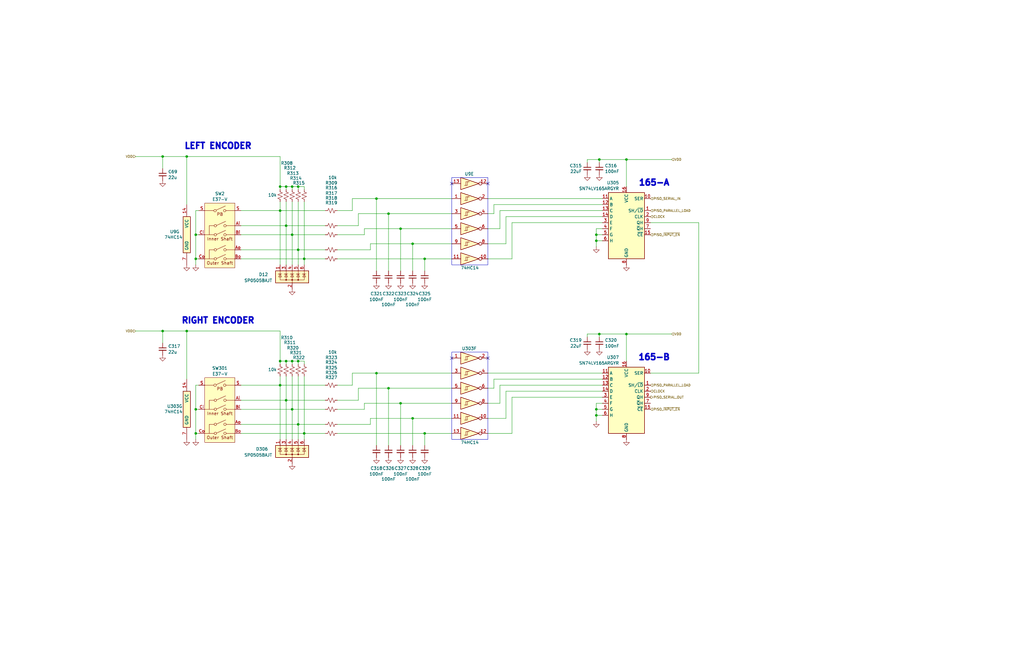
<source format=kicad_sch>
(kicad_sch (version 20250114) (generator "eeschema") (generator_version "9.0")
  (paper "B")
  (lib_symbols
    (symbol "AudioPanelLibrary:74HC14" (pin_names (offset 1.016))
      (property "Reference" "U" (at 0 3.302 0))
      (property "Value" "74HC14" (at 0 -1.27 0))
      (symbol "74HC14_1_0"
        (polyline (pts (xy -3.81 2.54) (xy -3.81 -2.54) (xy 3.81 0) (xy -3.81 2.54)) (stroke (width 0.254)) (fill (type background)))
        (pin input line (at -7.62 0 0) (length 3.81) (name "~") (number "1"))
        (pin output inverted (at 7.62 0 180) (length 3.81) (name "~") (number "2"))
      )
      (symbol "74HC14_1_1"
        (polyline (pts (xy -2.3194 -0.7675) (xy -1.016 -0.7686) (xy -1.0159 0.7686) (xy -0.106 0.7675)))
        (polyline (pts (xy -1.6512 -0.7626) (xy -1.6536 0.7675) (xy -0.3836 0.7675)))
      )
      (symbol "74HC14_2_0"
        (polyline (pts (xy -3.81 2.54) (xy -3.81 -2.54) (xy 3.81 0) (xy -3.81 2.54)) (stroke (width 0.254)) (fill (type background)))
        (pin input line (at -7.62 0 0) (length 3.81) (name "~") (number "3"))
        (pin output inverted (at 7.62 0 180) (length 3.81) (name "~") (number "4"))
      )
      (symbol "74HC14_2_1"
        (polyline (pts (xy -2.3194 -0.7675) (xy -1.016 -0.7686) (xy -1.0159 0.7686) (xy -0.106 0.7675)))
        (polyline (pts (xy -1.6512 -0.7626) (xy -1.6536 0.7675) (xy -0.3836 0.7675)))
      )
      (symbol "74HC14_3_0"
        (polyline (pts (xy -3.81 2.54) (xy -3.81 -2.54) (xy 3.81 0) (xy -3.81 2.54)) (stroke (width 0.254)) (fill (type background)))
        (pin input line (at -7.62 0 0) (length 3.81) (name "~") (number "5"))
        (pin output inverted (at 7.62 0 180) (length 3.81) (name "~") (number "6"))
      )
      (symbol "74HC14_3_1"
        (polyline (pts (xy -2.3194 -0.7675) (xy -1.016 -0.7686) (xy -1.0159 0.7686) (xy -0.106 0.7675)))
        (polyline (pts (xy -1.6512 -0.7626) (xy -1.6536 0.7675) (xy -0.3836 0.7675)))
      )
      (symbol "74HC14_4_0"
        (polyline (pts (xy -3.81 2.54) (xy -3.81 -2.54) (xy 3.81 0) (xy -3.81 2.54)) (stroke (width 0.254)) (fill (type background)))
        (pin input line (at -7.62 0 0) (length 3.81) (name "~") (number "9"))
        (pin output inverted (at 7.62 0 180) (length 3.81) (name "~") (number "8"))
      )
      (symbol "74HC14_4_1"
        (polyline (pts (xy -2.3194 -0.7675) (xy -1.016 -0.7686) (xy -1.0159 0.7686) (xy -0.106 0.7675)))
        (polyline (pts (xy -1.6512 -0.7626) (xy -1.6536 0.7675) (xy -0.3836 0.7675)))
      )
      (symbol "74HC14_5_0"
        (polyline (pts (xy -3.81 2.54) (xy -3.81 -2.54) (xy 3.81 0) (xy -3.81 2.54)) (stroke (width 0.254)) (fill (type background)))
        (pin input line (at -7.62 0 0) (length 3.81) (name "~") (number "11"))
        (pin output inverted (at 7.62 0 180) (length 3.81) (name "~") (number "10"))
      )
      (symbol "74HC14_5_1"
        (polyline (pts (xy -2.3194 -0.7675) (xy -1.016 -0.7686) (xy -1.0159 0.7686) (xy -0.106 0.7675)))
        (polyline (pts (xy -1.6512 -0.7626) (xy -1.6536 0.7675) (xy -0.3836 0.7675)))
      )
      (symbol "74HC14_6_0"
        (polyline (pts (xy -3.81 2.54) (xy -3.81 -2.54) (xy 3.81 0) (xy -3.81 2.54)) (stroke (width 0.254)) (fill (type background)))
        (pin input line (at -7.62 0 0) (length 3.81) (name "~") (number "13"))
        (pin output inverted (at 7.62 0 180) (length 3.81) (name "~") (number "12"))
      )
      (symbol "74HC14_6_1"
        (polyline (pts (xy -2.3194 -0.7675) (xy -1.016 -0.7686) (xy -1.0159 0.7686) (xy -0.106 0.7675)))
        (polyline (pts (xy -1.6512 -0.7626) (xy -1.6536 0.7675) (xy -0.3836 0.7675)))
      )
      (symbol "74HC14_7_0"
        (pin power_in line (at 0 12.7 270) (length 5.08) (name "VCC") (number "14"))
        (pin power_in line (at 0 -12.7 90) (length 5.08) (name "GND") (number "7"))
      )
      (symbol "74HC14_7_1"
        (rectangle (start -1.524 7.62) (end 1.524 -7.62) (stroke (width 0.254)) (fill (type background)))
      )
    )
    (symbol "AudioPanelLibrary:E37-V" (pin_names (hide yes))
      (property "Reference" "SW" (at 0 6.35 0))
      (property "Value" "E37-V" (at 0 4.318 0))
      (symbol "E37-V_0_0"
        (circle (center -2.032 0) (radius 0.508))
        (circle (center -1.905 -6.35) (radius 0.508))
        (circle (center -1.905 -10.16) (radius 0.508))
        (circle (center -1.905 -16.51) (radius 0.508))
        (circle (center -1.905 -20.32) (radius 0.508))
      )
      (symbol "E37-V_0_1"
        (polyline (pts (xy -1.524 0.254) (xy 2.3368 1.9812)))
        (polyline (pts (xy -1.397 -6.223) (xy 2.4638 -4.4958)))
        (polyline (pts (xy -1.397 -10.033) (xy 2.4638 -8.3058)))
        (polyline (pts (xy -1.397 -16.383) (xy 2.4638 -14.6558)))
        (polyline (pts (xy -1.397 -20.193) (xy 2.4638 -18.4658)))
        (circle (center 2.032 0) (radius 0.508))
        (circle (center 2.159 -6.35) (radius 0.508))
        (circle (center 2.159 -10.16) (radius 0.508))
        (circle (center 2.159 -16.51) (radius 0.508))
        (circle (center 2.159 -20.32) (radius 0.508))
      )
      (symbol "E37-V_1_1"
        (rectangle (start -6.35 3.175) (end 6.35 -24.13) (fill (type background)))
        (polyline (pts (xy -6.35 -10.16) (xy -2.4304 -10.16)))
        (polyline (pts (xy -6.35 -20.32) (xy -2.4304 -20.32)))
        (polyline (pts (xy -4.445 -6.35) (xy -4.445 -10.16)))
        (polyline (pts (xy -4.445 -6.35) (xy -2.4304 -6.35)))
        (polyline (pts (xy -4.445 -16.51) (xy -4.445 -20.32)))
        (polyline (pts (xy -4.445 -16.51) (xy -2.4304 -16.51)))
        (polyline (pts (xy -2.54 0) (xy -6.4596 0)))
        (polyline (pts (xy 2.54 0) (xy 6.4596 0)))
        (polyline (pts (xy 6.35 -6.35) (xy 2.6829 -6.3499)))
        (polyline (pts (xy 6.35 -10.16) (xy 2.6829 -10.1599)))
        (polyline (pts (xy 6.35 -16.51) (xy 2.6829 -16.5099)))
        (polyline (pts (xy 6.35 -20.32) (xy 2.6829 -20.3199)))
        (text "PB" (at 0 -1.524 0) (effects (font (size 1.27 1.27))))
        (text "Inner Shaft" (at 0 -11.938 0) (effects (font (size 1.27 1.27))))
        (text "Outer Shaft" (at 0 -22.098 0) (effects (font (size 1.27 1.27))))
        (pin passive line (at -8.89 0 0) (length 2.54) (name "S") (number "S"))
        (pin passive line (at -8.89 -10.16 0) (length 2.54) (name "Ci") (number "Ci"))
        (pin passive line (at -8.89 -20.32 0) (length 2.54) (name "Co") (number "Co"))
        (pin passive line (at 8.89 0 180) (length 2.54) (name "S") (number "S"))
        (pin passive line (at 8.89 -6.35 180) (length 2.54) (name "Ai") (number "Ai"))
        (pin passive line (at 8.89 -10.16 180) (length 2.54) (name "Bi") (number "Bi"))
        (pin passive line (at 8.89 -16.51 180) (length 2.54) (name "Ao") (number "Ao"))
        (pin passive line (at 8.89 -20.32 180) (length 2.54) (name "Bo") (number "Bo"))
      )
    )
    (symbol "Device:C_Small" (pin_numbers (hide yes)) (pin_names (offset 0.254) (hide yes))
      (property "Reference" "C" (at 0.254 1.778 0))
      (property "Value" "C_Small" (at 0.254 -2.032 0))
      (symbol "C_Small_0_1"
        (polyline (pts (xy -1.524 0.508) (xy 1.524 0.508)) (stroke (width 0.3048)))
        (polyline (pts (xy -1.524 -0.508) (xy 1.524 -0.508)) (stroke (width 0.3302)))
      )
      (symbol "C_Small_1_1"
        (pin passive line (at 0 2.54 270) (length 2.032) (name "~") (number "1"))
        (pin passive line (at 0 -2.54 90) (length 2.032) (name "~") (number "2"))
      )
    )
    (symbol "Device:R_Small_US" (pin_numbers (hide yes)) (pin_names (offset 0.254) (hide yes))
      (property "Reference" "R" (at 0.762 0.508 0))
      (property "Value" "R_Small_US" (at 0.762 -1.016 0))
      (symbol "R_Small_US_1_1"
        (polyline (pts (xy 0 1.524) (xy 1.016 1.143) (xy 0 0.762) (xy -1.016 0.381) (xy 0 0)))
        (polyline (pts (xy 0 0) (xy 1.016 -0.381) (xy 0 -0.762) (xy -1.016 -1.143) (xy 0 -1.524)))
        (pin passive line (at 0 2.54 270) (length 1.016) (name "~") (number "1"))
        (pin passive line (at 0 -2.54 90) (length 1.016) (name "~") (number "2"))
      )
    )
    (symbol "E37-V_1" (pin_names (hide yes))
      (property "Reference" "SW" (at 0 6.35 0))
      (property "Value" "E37-V" (at 0 4.318 0))
      (symbol "E37-V_1_0_0"
        (circle (center -2.032 0) (radius 0.508))
        (circle (center -1.905 -6.35) (radius 0.508))
        (circle (center -1.905 -10.16) (radius 0.508))
        (circle (center -1.905 -16.51) (radius 0.508))
        (circle (center -1.905 -20.32) (radius 0.508))
      )
      (symbol "E37-V_1_0_1"
        (polyline (pts (xy -1.524 0.254) (xy 2.3368 1.9812)))
        (polyline (pts (xy -1.397 -6.223) (xy 2.4638 -4.4958)))
        (polyline (pts (xy -1.397 -10.033) (xy 2.4638 -8.3058)))
        (polyline (pts (xy -1.397 -16.383) (xy 2.4638 -14.6558)))
        (polyline (pts (xy -1.397 -20.193) (xy 2.4638 -18.4658)))
        (circle (center 2.032 0) (radius 0.508))
        (circle (center 2.159 -6.35) (radius 0.508))
        (circle (center 2.159 -10.16) (radius 0.508))
        (circle (center 2.159 -16.51) (radius 0.508))
        (circle (center 2.159 -20.32) (radius 0.508))
      )
      (symbol "E37-V_1_1_1"
        (rectangle (start -6.35 3.175) (end 6.35 -24.13) (fill (type background)))
        (polyline (pts (xy -6.35 -10.16) (xy -2.4304 -10.16)))
        (polyline (pts (xy -6.35 -20.32) (xy -2.4304 -20.32)))
        (polyline (pts (xy -4.445 -6.35) (xy -4.445 -10.16)))
        (polyline (pts (xy -4.445 -6.35) (xy -2.4304 -6.35)))
        (polyline (pts (xy -4.445 -16.51) (xy -4.445 -20.32)))
        (polyline (pts (xy -4.445 -16.51) (xy -2.4304 -16.51)))
        (polyline (pts (xy -2.54 0) (xy -6.4596 0)))
        (polyline (pts (xy 2.54 0) (xy 6.4596 0)))
        (polyline (pts (xy 6.35 -6.35) (xy 2.6829 -6.3499)))
        (polyline (pts (xy 6.35 -10.16) (xy 2.6829 -10.1599)))
        (polyline (pts (xy 6.35 -16.51) (xy 2.6829 -16.5099)))
        (polyline (pts (xy 6.35 -20.32) (xy 2.6829 -20.3199)))
        (text "PB" (at 0 -1.524 0) (effects (font (size 1.27 1.27))))
        (text "Inner Shaft" (at 0 -11.938 0) (effects (font (size 1.27 1.27))))
        (text "Outer Shaft" (at 0 -22.098 0) (effects (font (size 1.27 1.27))))
        (pin passive line (at -8.89 0 0) (length 2.54) (name "S") (number "S"))
        (pin passive line (at -8.89 -10.16 0) (length 2.54) (name "Ci") (number "Ci"))
        (pin passive line (at -8.89 -20.32 0) (length 2.54) (name "Co") (number "Co"))
        (pin passive line (at 8.89 0 180) (length 2.54) (name "S") (number "S"))
        (pin passive line (at 8.89 -6.35 180) (length 2.54) (name "Ai") (number "Ai"))
        (pin passive line (at 8.89 -10.16 180) (length 2.54) (name "Bi") (number "Bi"))
        (pin passive line (at 8.89 -16.51 180) (length 2.54) (name "Ao") (number "Ao"))
        (pin passive line (at 8.89 -20.32 180) (length 2.54) (name "Bo") (number "Bo"))
      )
    )
    (symbol "Libraries:74HC165"
      (property "Reference" "U601" (at 2.1433 22.86 0))
      (property "Value" "SN74LV165ARGYR" (at -1.524 19.05 0))
      (symbol "74HC165_1_0"
        (pin input line (at -10.16 15.24 0) (length 2.54) (name "A") (number "11"))
        (pin input line (at -10.16 12.7 0) (length 2.54) (name "B") (number "12"))
        (pin input line (at -10.16 10.16 0) (length 2.54) (name "C") (number "13"))
        (pin input line (at -10.16 7.62 0) (length 2.54) (name "D") (number "14"))
        (pin input line (at -10.16 5.08 0) (length 2.54) (name "E") (number "3"))
        (pin input line (at -10.16 2.54 0) (length 2.54) (name "F") (number "4"))
        (pin input line (at -10.16 0 0) (length 2.54) (name "G") (number "5"))
        (pin input line (at -10.16 -2.54 0) (length 2.54) (name "H") (number "6"))
        (pin power_in line (at 0 20.32 270) (length 2.54) (name "VCC") (number "16"))
        (pin power_in line (at 0 -12.7 90) (length 2.54) (name "GND") (number "8"))
        (pin input line (at 10.16 15.24 180) (length 2.54) (name "SER") (number "10"))
        (pin input line (at 10.16 10.16 180) (length 2.54) (name "SH/~{LD}") (number "1"))
        (pin input line (at 10.16 7.62 180) (length 2.54) (name "CLK") (number "2"))
        (pin output line (at 10.16 5.08 180) (length 2.54) (name "QH") (number "9"))
        (pin output line (at 10.16 2.54 180) (length 2.54) (name "~{Q}H") (number "7"))
        (pin input line (at 10.16 0 180) (length 2.54) (name "~{CE}") (number "15"))
      )
      (symbol "74HC165_1_1"
        (rectangle (start -7.62 17.78) (end 7.62 -10.16) (stroke (width 0.254)) (fill (type background)))
      )
    )
    (symbol "Power_Protection:SP0505BAJT" (pin_names (hide yes))
      (property "Reference" "D" (at 7.62 2.54 0))
      (property "Value" "SP0505BAJT" (at 7.62 0.635 0))
      (symbol "SP0505BAJT_0_0"
        (pin passive line (at 0 -5.08 90) (length 2.54) (name "A") (number "2"))
      )
      (symbol "SP0505BAJT_0_1"
        (rectangle (start -6.985 2.54) (end 6.985 -2.54) (stroke (width 0.254)) (fill (type background)))
        (polyline (pts (xy -5.842 1.016) (xy -5.842 1.27) (xy -4.445 1.27) (xy -4.318 1.27)))
        (polyline (pts (xy -5.08 2.54) (xy -5.08 1.27)))
        (polyline (pts (xy -5.08 1.27) (xy -5.08 -1.27) (xy -2.54 -1.27)))
        (polyline (pts (xy -5.08 1.27) (xy -4.445 0) (xy -5.715 0) (xy -5.08 1.27)))
        (polyline (pts (xy -3.302 1.016) (xy -3.302 1.27) (xy -1.905 1.27) (xy -1.778 1.27)))
        (polyline (pts (xy -2.54 2.54) (xy -2.54 1.27)))
        (polyline (pts (xy -2.54 1.27) (xy -2.54 -1.27) (xy 2.54 -1.27) (xy 2.54 1.27)))
        (polyline (pts (xy -2.54 1.27) (xy -1.905 0) (xy -3.175 0) (xy -2.54 1.27)))
        (circle (center -2.54 -1.27) (radius 0.254) (fill (type outline)))
        (polyline (pts (xy 0 2.54) (xy 0 1.27)))
        (polyline (pts (xy 0 -1.27) (xy 0 1.27)))
        (polyline (pts (xy 0 -1.27) (xy 0 -2.54)))
        (circle (center 0 -1.27) (radius 0.254) (fill (type outline)))
        (polyline (pts (xy 0.635 1.27) (xy 0.762 1.27)))
        (polyline (pts (xy 0.635 1.27) (xy -0.762 1.27) (xy -0.762 1.016)))
        (polyline (pts (xy 0.635 0) (xy -0.635 0) (xy 0 1.27) (xy 0.635 0)))
        (polyline (pts (xy 1.778 1.016) (xy 1.778 1.27) (xy 3.175 1.27) (xy 3.302 1.27)))
        (polyline (pts (xy 2.54 2.54) (xy 2.54 1.27)))
        (polyline (pts (xy 2.54 1.27) (xy 1.905 0) (xy 3.175 0) (xy 2.54 1.27)))
        (circle (center 2.54 -1.27) (radius 0.254) (fill (type outline)))
        (polyline (pts (xy 4.318 1.016) (xy 4.318 1.27) (xy 5.715 1.27) (xy 5.842 1.27)))
        (polyline (pts (xy 5.08 2.54) (xy 5.08 1.27)))
        (polyline (pts (xy 5.08 1.27) (xy 5.08 -1.27) (xy 2.54 -1.27)))
        (polyline (pts (xy 5.08 1.27) (xy 4.445 0) (xy 5.715 0) (xy 5.08 1.27)))
      )
      (symbol "SP0505BAJT_1_1"
        (pin passive line (at -5.08 5.08 270) (length 2.54) (name "K") (number "1"))
        (pin passive line (at -2.54 5.08 270) (length 2.54) (name "K") (number "3"))
        (pin passive line (at 0 5.08 270) (length 2.54) (name "K") (number "4"))
        (pin passive line (at 2.54 5.08 270) (length 2.54) (name "K") (number "5"))
        (pin passive line (at 5.08 5.08 270) (length 2.54) (name "K") (number "6"))
      )
    )
    (symbol "power:GND" (power) (pin_numbers (hide yes)) (pin_names (offset 0) (hide yes))
      (property "Value" "GND" (at 0 -3.81 0))
      (symbol "GND_0_1"
        (polyline (pts (xy 0 0) (xy 0 -1.27) (xy 1.27 -1.27) (xy 0 -2.54) (xy -1.27 -1.27) (xy 0 -1.27)))
      )
      (symbol "GND_1_1"
        (pin power_in line (at 0 0 270) (length 0) (name "~") (number "1"))
      )
    )
  )
  (rectangle (start 190.5 74.93) (end 205.74 111.76))
  (rectangle (start 190.5 148.59) (end 205.74 185.42))
  (text "165-A" (at 275.844 77.216 0) (effects (font (size 2.54 2.54) (thickness 1.016) (bold yes))))
  (text "LEFT ENCODER" (at 91.948 61.722 0) (effects (font (size 2.54 2.54) (thickness 1.016) (bold yes))))
  (text "RIGHT ENCODER" (at 91.948 135.382 0) (effects (font (size 2.54 2.54) (thickness 1.016) (bold yes))))
  (text "165-B" (at 275.844 150.876 0) (effects (font (size 2.54 2.54) (thickness 1.016) (bold yes))))
  (junction (at 173.99 102.87))
  (junction (at 168.91 96.52))
  (junction (at 82.55 109.22))
  (junction (at 252.73 140.97))
  (junction (at 251.46 99.06))
  (junction (at 125.73 152.4))
  (junction (at 251.46 172.72))
  (junction (at 78.74 139.7))
  (junction (at 123.19 99.06))
  (junction (at 120.65 152.4))
  (junction (at 68.58 66.04))
  (junction (at 123.19 78.74))
  (junction (at 120.65 95.25))
  (junction (at 163.83 163.83))
  (junction (at 123.19 152.4))
  (junction (at 168.91 170.18))
  (junction (at 251.46 101.6))
  (junction (at 125.73 105.41))
  (junction (at 118.11 78.74))
  (junction (at 163.83 90.17))
  (junction (at 120.65 78.74))
  (junction (at 120.65 168.91))
  (junction (at 179.07 182.88))
  (junction (at 118.11 88.9))
  (junction (at 128.27 182.88))
  (junction (at 128.27 109.22))
  (junction (at 82.55 182.88))
  (junction (at 158.75 83.82))
  (junction (at 68.58 139.7))
  (junction (at 173.99 176.53))
  (junction (at 251.46 175.26))
  (junction (at 118.11 162.56))
  (junction (at 118.11 152.4))
  (junction (at 264.16 140.97))
  (junction (at 82.55 99.06))
  (junction (at 125.73 78.74))
  (junction (at 179.07 109.22))
  (junction (at 82.55 172.72))
  (junction (at 123.19 172.72))
  (junction (at 158.75 157.48))
  (junction (at 252.73 67.31))
  (junction (at 125.73 179.07))
  (junction (at 78.74 66.04))
  (junction (at 264.16 67.31))
  (no_connect (at 190.5 77.47))
  (no_connect (at 205.74 151.13))
  (no_connect (at 190.5 151.13))
  (no_connect (at 205.74 77.47))
  (wire (pts (xy 125.73 85.09) (xy 125.73 105.41)))
  (wire (pts (xy 142.24 99.06) (xy 153.67 99.06)))
  (wire (pts (xy 82.55 109.22) (xy 82.55 99.06)))
  (wire (pts (xy 190.5 163.83) (xy 163.83 163.83)))
  (wire (pts (xy 142.24 179.07) (xy 156.21 179.07)))
  (wire (pts (xy 215.9 93.98) (xy 254 93.98)))
  (wire (pts (xy 128.27 158.75) (xy 128.27 182.88)))
  (wire (pts (xy 118.11 152.4) (xy 120.65 152.4)))
  (wire (pts (xy 190.5 90.17) (xy 163.83 90.17)))
  (wire (pts (xy 251.46 175.26) (xy 251.46 172.72)))
  (wire (pts (xy 294.64 93.98) (xy 274.32 93.98)))
  (wire (pts (xy 82.55 99.06) (xy 83.82 99.06)))
  (wire (pts (xy 101.6 182.88) (xy 128.27 182.88)))
  (wire (pts (xy 128.27 109.22) (xy 128.27 111.76)))
  (wire (pts (xy 125.73 158.75) (xy 125.73 179.07)))
  (wire (pts (xy 158.75 157.48) (xy 148.59 157.48)))
  (wire (pts (xy 168.91 96.52) (xy 190.5 96.52)))
  (wire (pts (xy 190.5 157.48) (xy 158.75 157.48)))
  (wire (pts (xy 82.55 109.22) (xy 83.82 109.22)))
  (wire (pts (xy 118.11 88.9) (xy 137.16 88.9)))
  (wire (pts (xy 158.75 83.82) (xy 158.75 114.3)))
  (wire (pts (xy 128.27 109.22) (xy 137.16 109.22)))
  (wire (pts (xy 142.24 105.41) (xy 156.21 105.41)))
  (wire (pts (xy 251.46 104.14) (xy 251.46 101.6)))
  (wire (pts (xy 210.82 162.56) (xy 254 162.56)))
  (wire (pts (xy 101.6 162.56) (xy 118.11 162.56)))
  (wire (pts (xy 118.11 162.56) (xy 137.16 162.56)))
  (wire (pts (xy 179.07 109.22) (xy 190.5 109.22)))
  (wire (pts (xy 168.91 187.96) (xy 168.91 170.18)))
  (wire (pts (xy 210.82 170.18) (xy 210.82 162.56)))
  (wire (pts (xy 123.19 152.4) (xy 123.19 153.67)))
  (wire (pts (xy 252.73 67.31) (xy 252.73 68.58)))
  (wire (pts (xy 210.82 96.52) (xy 210.82 88.9)))
  (wire (pts (xy 118.11 85.09) (xy 118.11 88.9)))
  (wire (pts (xy 264.16 140.97) (xy 283.21 140.97)))
  (wire (pts (xy 251.46 172.72) (xy 254 172.72)))
  (wire (pts (xy 101.6 95.25) (xy 120.65 95.25)))
  (wire (pts (xy 101.6 99.06) (xy 123.19 99.06)))
  (wire (pts (xy 68.58 139.7) (xy 57.15 139.7)))
  (wire (pts (xy 118.11 88.9) (xy 118.11 111.76)))
  (wire (pts (xy 82.55 88.9) (xy 83.82 88.9)))
  (wire (pts (xy 101.6 88.9) (xy 118.11 88.9)))
  (wire (pts (xy 128.27 182.88) (xy 128.27 185.42)))
  (wire (pts (xy 82.55 182.88) (xy 82.55 172.72)))
  (wire (pts (xy 125.73 179.07) (xy 137.16 179.07)))
  (wire (pts (xy 153.67 96.52) (xy 168.91 96.52)))
  (wire (pts (xy 123.19 99.06) (xy 123.19 111.76)))
  (wire (pts (xy 156.21 176.53) (xy 173.99 176.53)))
  (wire (pts (xy 264.16 140.97) (xy 264.16 152.4)))
  (wire (pts (xy 156.21 102.87) (xy 173.99 102.87)))
  (wire (pts (xy 120.65 78.74) (xy 120.65 80.01)))
  (wire (pts (xy 156.21 176.53) (xy 156.21 179.07)))
  (wire (pts (xy 123.19 99.06) (xy 137.16 99.06)))
  (wire (pts (xy 205.74 102.87) (xy 213.36 102.87)))
  (wire (pts (xy 173.99 176.53) (xy 173.99 187.96)))
  (wire (pts (xy 205.74 176.53) (xy 213.36 176.53)))
  (wire (pts (xy 78.74 139.7) (xy 78.74 160.02)))
  (wire (pts (xy 163.83 163.83) (xy 163.83 187.96)))
  (wire (pts (xy 251.46 177.8) (xy 251.46 175.26)))
  (wire (pts (xy 213.36 176.53) (xy 213.36 165.1)))
  (wire (pts (xy 148.59 157.48) (xy 148.59 162.56)))
  (wire (pts (xy 120.65 85.09) (xy 120.65 95.25)))
  (wire (pts (xy 252.73 140.97) (xy 252.73 142.24)))
  (wire (pts (xy 101.6 168.91) (xy 120.65 168.91)))
  (wire (pts (xy 125.73 105.41) (xy 125.73 111.76)))
  (wire (pts (xy 118.11 66.04) (xy 118.11 78.74)))
  (wire (pts (xy 142.24 168.91) (xy 151.13 168.91)))
  (wire (pts (xy 82.55 111.76) (xy 82.55 109.22)))
  (wire (pts (xy 125.73 179.07) (xy 125.73 185.42)))
  (wire (pts (xy 78.74 139.7) (xy 118.11 139.7)))
  (wire (pts (xy 123.19 85.09) (xy 123.19 99.06)))
  (wire (pts (xy 264.16 67.31) (xy 264.16 78.74)))
  (wire (pts (xy 208.28 90.17) (xy 208.28 86.36)))
  (wire (pts (xy 173.99 176.53) (xy 190.5 176.53)))
  (wire (pts (xy 123.19 172.72) (xy 137.16 172.72)))
  (wire (pts (xy 179.07 109.22) (xy 179.07 114.3)))
  (wire (pts (xy 68.58 66.04) (xy 68.58 71.12)))
  (wire (pts (xy 168.91 114.3) (xy 168.91 96.52)))
  (wire (pts (xy 251.46 96.52) (xy 254 96.52)))
  (wire (pts (xy 101.6 179.07) (xy 125.73 179.07)))
  (wire (pts (xy 120.65 168.91) (xy 137.16 168.91)))
  (wire (pts (xy 120.65 95.25) (xy 120.65 111.76)))
  (wire (pts (xy 125.73 105.41) (xy 137.16 105.41)))
  (wire (pts (xy 205.74 96.52) (xy 210.82 96.52)))
  (wire (pts (xy 247.65 140.97) (xy 247.65 142.24)))
  (wire (pts (xy 213.36 165.1) (xy 254 165.1)))
  (wire (pts (xy 173.99 102.87) (xy 190.5 102.87)))
  (wire (pts (xy 251.46 175.26) (xy 254 175.26)))
  (wire (pts (xy 215.9 182.88) (xy 215.9 167.64)))
  (wire (pts (xy 120.65 152.4) (xy 120.65 153.67)))
  (wire (pts (xy 82.55 172.72) (xy 83.82 172.72)))
  (wire (pts (xy 251.46 99.06) (xy 254 99.06)))
  (wire (pts (xy 205.74 83.82) (xy 254 83.82)))
  (wire (pts (xy 215.9 109.22) (xy 215.9 93.98)))
  (wire (pts (xy 128.27 85.09) (xy 128.27 109.22)))
  (wire (pts (xy 151.13 163.83) (xy 151.13 168.91)))
  (wire (pts (xy 101.6 105.41) (xy 125.73 105.41)))
  (wire (pts (xy 215.9 167.64) (xy 254 167.64)))
  (wire (pts (xy 118.11 78.74) (xy 118.11 80.01)))
  (wire (pts (xy 173.99 102.87) (xy 173.99 114.3)))
  (wire (pts (xy 68.58 139.7) (xy 78.74 139.7)))
  (wire (pts (xy 123.19 158.75) (xy 123.19 172.72)))
  (wire (pts (xy 156.21 102.87) (xy 156.21 105.41)))
  (wire (pts (xy 128.27 182.88) (xy 137.16 182.88)))
  (wire (pts (xy 101.6 109.22) (xy 128.27 109.22)))
  (wire (pts (xy 251.46 172.72) (xy 251.46 170.18)))
  (wire (pts (xy 294.64 157.48) (xy 274.32 157.48)))
  (wire (pts (xy 82.55 185.42) (xy 82.55 182.88)))
  (wire (pts (xy 118.11 78.74) (xy 120.65 78.74)))
  (wire (pts (xy 252.73 67.31) (xy 264.16 67.31)))
  (wire (pts (xy 82.55 172.72) (xy 82.55 162.56)))
  (wire (pts (xy 168.91 170.18) (xy 190.5 170.18)))
  (wire (pts (xy 123.19 172.72) (xy 123.19 185.42)))
  (wire (pts (xy 294.64 93.98) (xy 294.64 157.48)))
  (wire (pts (xy 163.83 90.17) (xy 163.83 114.3)))
  (wire (pts (xy 208.28 160.02) (xy 254 160.02)))
  (wire (pts (xy 190.5 83.82) (xy 158.75 83.82)))
  (wire (pts (xy 158.75 83.82) (xy 148.59 83.82)))
  (wire (pts (xy 123.19 78.74) (xy 125.73 78.74)))
  (wire (pts (xy 251.46 101.6) (xy 254 101.6)))
  (wire (pts (xy 205.74 182.88) (xy 215.9 182.88)))
  (wire (pts (xy 78.74 66.04) (xy 118.11 66.04)))
  (wire (pts (xy 142.24 182.88) (xy 179.07 182.88)))
  (wire (pts (xy 118.11 152.4) (xy 118.11 153.67)))
  (wire (pts (xy 120.65 95.25) (xy 137.16 95.25)))
  (wire (pts (xy 251.46 170.18) (xy 254 170.18)))
  (wire (pts (xy 142.24 95.25) (xy 151.13 95.25)))
  (wire (pts (xy 252.73 140.97) (xy 247.65 140.97)))
  (wire (pts (xy 179.07 182.88) (xy 190.5 182.88)))
  (wire (pts (xy 118.11 139.7) (xy 118.11 152.4)))
  (wire (pts (xy 120.65 78.74) (xy 123.19 78.74)))
  (wire (pts (xy 142.24 109.22) (xy 179.07 109.22)))
  (wire (pts (xy 101.6 172.72) (xy 123.19 172.72)))
  (wire (pts (xy 123.19 152.4) (xy 125.73 152.4)))
  (wire (pts (xy 125.73 152.4) (xy 128.27 152.4)))
  (wire (pts (xy 251.46 99.06) (xy 251.46 96.52)))
  (wire (pts (xy 252.73 67.31) (xy 247.65 67.31)))
  (wire (pts (xy 118.11 162.56) (xy 118.11 185.42)))
  (wire (pts (xy 213.36 102.87) (xy 213.36 91.44)))
  (wire (pts (xy 82.55 162.56) (xy 83.82 162.56)))
  (wire (pts (xy 153.67 170.18) (xy 168.91 170.18)))
  (wire (pts (xy 151.13 90.17) (xy 151.13 95.25)))
  (wire (pts (xy 205.74 90.17) (xy 208.28 90.17)))
  (wire (pts (xy 82.55 182.88) (xy 83.82 182.88)))
  (wire (pts (xy 82.55 99.06) (xy 82.55 88.9)))
  (wire (pts (xy 142.24 88.9) (xy 148.59 88.9)))
  (wire (pts (xy 158.75 157.48) (xy 158.75 187.96)))
  (wire (pts (xy 78.74 66.04) (xy 78.74 86.36)))
  (wire (pts (xy 205.74 157.48) (xy 254 157.48)))
  (wire (pts (xy 153.67 170.18) (xy 153.67 172.72)))
  (wire (pts (xy 205.74 109.22) (xy 215.9 109.22)))
  (wire (pts (xy 153.67 96.52) (xy 153.67 99.06)))
  (wire (pts (xy 125.73 78.74) (xy 128.27 78.74)))
  (wire (pts (xy 142.24 162.56) (xy 148.59 162.56)))
  (wire (pts (xy 68.58 66.04) (xy 78.74 66.04)))
  (wire (pts (xy 128.27 153.67) (xy 128.27 152.4)))
  (wire (pts (xy 148.59 83.82) (xy 148.59 88.9)))
  (wire (pts (xy 179.07 182.88) (xy 179.07 187.96)))
  (wire (pts (xy 247.65 67.31) (xy 247.65 68.58)))
  (wire (pts (xy 142.24 172.72) (xy 153.67 172.72)))
  (wire (pts (xy 68.58 66.04) (xy 57.15 66.04)))
  (wire (pts (xy 205.74 163.83) (xy 208.28 163.83)))
  (wire (pts (xy 120.65 152.4) (xy 123.19 152.4)))
  (wire (pts (xy 252.73 140.97) (xy 264.16 140.97)))
  (wire (pts (xy 125.73 152.4) (xy 125.73 153.67)))
  (wire (pts (xy 128.27 80.01) (xy 128.27 78.74)))
  (wire (pts (xy 205.74 170.18) (xy 210.82 170.18)))
  (wire (pts (xy 68.58 139.7) (xy 68.58 144.78)))
  (wire (pts (xy 118.11 158.75) (xy 118.11 162.56)))
  (wire (pts (xy 120.65 168.91) (xy 120.65 185.42)))
  (wire (pts (xy 208.28 86.36) (xy 254 86.36)))
  (wire (pts (xy 125.73 78.74) (xy 125.73 80.01)))
  (wire (pts (xy 213.36 91.44) (xy 254 91.44)))
  (wire (pts (xy 123.19 78.74) (xy 123.19 80.01)))
  (wire (pts (xy 210.82 88.9) (xy 254 88.9)))
  (wire (pts (xy 120.65 158.75) (xy 120.65 168.91)))
  (wire (pts (xy 208.28 163.83) (xy 208.28 160.02)))
  (wire (pts (xy 163.83 163.83) (xy 151.13 163.83)))
  (wire (pts (xy 264.16 67.31) (xy 283.21 67.31)))
  (wire (pts (xy 251.46 101.6) (xy 251.46 99.06)))
  (wire (pts (xy 163.83 90.17) (xy 151.13 90.17)))
  (hierarchical_label "PISO_PARALLEL_LOAD" (shape input) (at 274.32 88.9 0) (effects (font (size 0.9906 0.9906))))
  (hierarchical_label "VDD" (shape input) (at 283.21 140.97 0) (effects (font (size 1 1))))
  (hierarchical_label "PISO_PARALLEL_LOAD" (shape input) (at 274.32 162.56 0) (effects (font (size 0.9906 0.9906))))
  (hierarchical_label "PISO_~{INPUT_EN}" (shape input) (at 274.32 99.06 0) (effects (font (size 0.9906 0.9906))))
  (hierarchical_label "PISO_SERIAL_OUT" (shape output) (at 274.32 167.64 0) (effects (font (size 0.9906 0.9906))))
  (hierarchical_label "CLOCK" (shape input) (at 274.32 165.1 0) (effects (font (size 0.9906 0.9906))))
  (hierarchical_label "VDD" (shape input) (at 283.21 67.31 0) (effects (font (size 1 1))))
  (hierarchical_label "VDD" (shape input) (at 57.15 139.7 180) (effects (font (size 1 1))))
  (hierarchical_label "PISO_~{INPUT_EN}" (shape input) (at 274.32 172.72 0) (effects (font (size 0.9906 0.9906))))
  (hierarchical_label "CLOCK" (shape input) (at 274.32 91.44 0) (effects (font (size 0.9906 0.9906))))
  (hierarchical_label "VDD" (shape input) (at 57.15 66.04 180) (effects (font (size 1 1))))
  (hierarchical_label "PISO_SERIAL_IN" (shape input) (at 274.32 83.82 0) (effects (font (size 0.9906 0.9906))))
  (symbol (lib_id "Device:R_Small_US") (at 128.27 82.55 0) (unit 1)
    (property "Reference" "R315" (at 123.444 77.216 0) (effects (justify left)))
    (property "Value" "10k" (effects (hide yes)))
    (property "Footprint" "Libraries:Worthington_R_0603" (effects (hide yes)))
    (property "Description" "Resistor, small US symbol" (effects (hide yes)))
    (property "DigiKey Part Number" "311-510HRCT-ND" (effects (hide yes)))
  )
  (symbol (lib_id "AudioPanelLibrary:74HC14") (at 198.12 77.47 0) (unit 1)
    (property "Reference" "U401" (effects (hide yes)))
    (property "Value" "74HC14" (effects (hide yes)))
    (property "Datasheet" "http://www.ti.com/lit/gpn/sn74HC14" (effects (hide yes)))
    (property "Description" "Hex inverter schmitt trigger" (effects (hide yes)))
    (instances (project "PilotAudioPanel" (path "" (reference "U9") (unit 6)) (path "" (reference "U8") (unit 6))) (project "Front IO Panel" (path "" (reference "U401") (unit 1))))
  )
  (symbol (lib_id "Device:R_Small_US") (at 125.73 82.55 0) (unit 1)
    (property "Reference" "R314" (at 122.174 75.184 0) (effects (justify left)))
    (property "Value" "10k" (effects (hide yes)))
    (property "Footprint" "Libraries:Worthington_R_0603" (effects (hide yes)))
    (property "Description" "Resistor, small US symbol" (effects (hide yes)))
    (property "DigiKey Part Number" "311-510HRCT-ND" (effects (hide yes)))
  )
  (symbol (lib_id "Device:R_Small_US") (at 139.7 162.56 90) (unit 1)
    (property "Reference" "R323" (at 137.16 150.876 90) (effects (justify right)))
    (property "Value" "10k" (at 138.43 148.59 90) (effects (justify right)))
    (property "Footprint" "Libraries:Worthington_R_0603" (effects (hide yes)))
    (property "Description" "Resistor, small US symbol" (effects (hide yes)))
    (property "DigiKey Part Number" "311-510HRCT-ND" (effects (hide yes)))
  )
  (symbol (lib_id "power:GND") (at 68.58 76.2 0) (unit 1)
    (property "Reference" "#PWR0403" (effects (hide yes)))
    (property "Value" "GND" (effects (hide yes)))
    (property "Description" "Power symbol creates a global label with name \"GND\" , ground" (effects (hide yes)))
    (instances (project "PilotAudioPanel" (path "" (reference "#PWR0180") (unit 1)) (path "" (reference "#PWR0178") (unit 1))) (project "Front IO Panel" (path "" (reference "#PWR0403") (unit 1))))
  )
  (symbol (lib_id "Device:R_Small_US") (at 123.19 156.21 0) (unit 1)
    (property "Reference" "R320" (at 120.904 146.812 0) (effects (justify left)))
    (property "Value" "10k" (effects (hide yes)))
    (property "Footprint" "Libraries:Worthington_R_0603" (effects (hide yes)))
    (property "Description" "Resistor, small US symbol" (effects (hide yes)))
    (property "DigiKey Part Number" "311-510HRCT-ND" (effects (hide yes)))
  )
  (symbol (lib_id "Device:C_Small") (at 179.07 190.5 0) (unit 1)
    (property "Reference" "C329" (at 179.07 197.612 0))
    (property "Value" "100nF" (at 179.07 200.0363 0))
    (property "Footprint" "Libraries:Worthington_C_0402" (effects (hide yes)))
    (property "Description" "Unpolarized capacitor, small symbol" (effects (hide yes)))
  )
  (symbol (lib_id "power:GND") (at 168.91 119.38 0) (mirror y) (unit 1)
    (property "Reference" "#PWR0340" (effects (hide yes)))
    (property "Value" "GND" (effects (hide yes)))
    (property "Description" "Power symbol creates a global label with name \"GND\" , ground" (effects (hide yes)))
  )
  (symbol (lib_id "Device:R_Small_US") (at 139.7 105.41 90) (unit 1)
    (property "Reference" "R318" (at 137.16 83.566 90) (effects (justify right)))
    (property "Value" "1k" (effects (hide yes)))
    (property "Footprint" "Libraries:Worthington_R_0603" (effects (hide yes)))
    (property "Description" "Resistor, small US symbol" (effects (hide yes)))
    (property "DigiKey Part Number" "311-510HRCT-ND" (effects (hide yes)))
  )
  (symbol (lib_id "Device:R_Small_US") (at 139.7 88.9 90) (unit 1)
    (property "Reference" "R309" (at 137.16 77.216 90) (effects (justify right)))
    (property "Value" "10k" (at 138.43 74.93 90) (effects (justify right)))
    (property "Footprint" "Libraries:Worthington_R_0603" (effects (hide yes)))
    (property "Description" "Resistor, small US symbol" (effects (hide yes)))
    (property "DigiKey Part Number" "311-510HRCT-ND" (effects (hide yes)))
  )
  (symbol (lib_id "AudioPanelLibrary:74HC14") (at 198.12 109.22 0) (unit 6)
    (property "Reference" "U401" (at 197.866 73.406 0))
    (property "Value" "74HC14" (at 198.12 113.03 0))
    (property "Datasheet" "http://www.ti.com/lit/gpn/sn74HC14" (effects (hide yes)))
    (property "Description" "Hex inverter schmitt trigger" (effects (hide yes)))
    (instances (project "PilotAudioPanel" (path "" (reference "U9") (unit 5)) (path "" (reference "U8") (unit 5))) (project "Front IO Panel" (path "" (reference "U401") (unit 6))))
  )
  (symbol (lib_id "Device:C_Small") (at 247.65 144.78 0) (unit 1)
    (property "Reference" "C319" (at 245.3259 143.5741 0) (effects (justify right)))
    (property "Value" "22uF" (at 245.3259 145.9984 0) (effects (justify right)))
    (property "Footprint" "Libraries:Worthington_C_0603" (effects (hide yes)))
    (property "Description" "Unpolarized capacitor, small symbol" (effects (hide yes)))
  )
  (symbol (lib_id "Device:R_Small_US") (at 120.65 82.55 0) (unit 1)
    (property "Reference" "R312" (at 119.634 70.866 0) (effects (justify left)))
    (property "Value" "10k" (effects (hide yes)))
    (property "Footprint" "Libraries:Worthington_R_0603" (effects (hide yes)))
    (property "Description" "Resistor, small US symbol" (effects (hide yes)))
    (property "DigiKey Part Number" "311-510HRCT-ND" (effects (hide yes)))
  )
  (symbol (lib_id "Device:C_Small") (at 68.58 147.32 0) (unit 1)
    (property "Reference" "C317" (at 70.9041 146.1141 0) (effects (justify left)))
    (property "Value" "22u" (at 70.9041 148.5384 0) (effects (justify left)))
    (property "Description" "Unpolarized capacitor, small symbol" (effects (hide yes)))
  )
  (symbol (lib_id "power:GND") (at 123.19 121.92 0) (mirror y) (unit 1)
    (property "Reference" "#PWR0406" (effects (hide yes)))
    (property "Value" "GND" (effects (hide yes)))
    (property "Description" "Power symbol creates a global label with name \"GND\" , ground" (effects (hide yes)))
    (instances (project "PilotAudioPanel" (path "" (reference "#PWR050") (unit 1)) (path "" (reference "#PWR048") (unit 1))) (project "Front IO Panel" (path "" (reference "#PWR0406") (unit 1))))
  )
  (symbol (lib_id "power:GND") (at 264.16 111.76 0) (mirror y) (unit 1)
    (property "Reference" "#PWR0333" (effects (hide yes)))
    (property "Value" "GND" (effects (hide yes)))
    (property "Description" "Power symbol creates a global label with name \"GND\" , ground" (effects (hide yes)))
  )
  (symbol (lib_id "AudioPanelLibrary:74HC14") (at 198.12 102.87 0) (unit 5)
    (property "Reference" "U401" (effects (hide yes)))
    (property "Value" "74HC14" (effects (hide yes)))
    (property "Datasheet" "http://www.ti.com/lit/gpn/sn74HC14" (effects (hide yes)))
    (property "Description" "Hex inverter schmitt trigger" (effects (hide yes)))
    (instances (project "PilotAudioPanel" (path "" (reference "U9") (unit 4)) (path "" (reference "U8") (unit 4))) (project "Front IO Panel" (path "" (reference "U401") (unit 5))))
  )
  (symbol (lib_id "Device:R_Small_US") (at 125.73 156.21 0) (unit 1)
    (property "Reference" "R321" (at 122.174 148.844 0) (effects (justify left)))
    (property "Value" "10k" (effects (hide yes)))
    (property "Footprint" "Libraries:Worthington_R_0603" (effects (hide yes)))
    (property "Description" "Resistor, small US symbol" (effects (hide yes)))
    (property "DigiKey Part Number" "311-510HRCT-ND" (effects (hide yes)))
  )
  (symbol (lib_id "Power_Protection:SP0505BAJT") (at 123.19 190.5 0) (unit 1)
    (property "Reference" "D306" (at 113.03 189.484 0) (effects (justify right)))
    (property "Value" "SP0505BAJT" (at 114.808 192.024 0) (effects (justify right)))
    (property "Footprint" "Package_TO_SOT_SMD:SOT-363_SC-70-6" (effects (hide yes)))
    (property "Datasheet" "http://www.littelfuse.com/~/media/files/littelfuse/technical%20resources/documents/data%20sheets/sp05xxba.pdf" (effects (hide yes)))
    (property "Description" "TVS Diode Array, 5.5V Standoff, 5 Channels, SC-70-6 package" (effects (hide yes)))
  )
  (symbol (lib_id "power:GND") (at 251.46 104.14 0) (mirror y) (unit 1)
    (property "Reference" "#PWR0326" (effects (hide yes)))
    (property "Value" "GND" (effects (hide yes)))
    (property "Description" "Power symbol creates a global label with name \"GND\" , ground" (effects (hide yes)))
  )
  (symbol (lib_id "Device:C_Small") (at 168.91 190.5 0) (unit 1)
    (property "Reference" "C327" (at 168.91 197.612 0))
    (property "Value" "100nF" (at 168.91 200.0363 0))
    (property "Footprint" "Libraries:Worthington_C_0402" (effects (hide yes)))
    (property "Description" "Unpolarized capacitor, small symbol" (effects (hide yes)))
  )
  (symbol (lib_id "power:GND") (at 168.91 193.04 0) (mirror y) (unit 1)
    (property "Reference" "#PWR0332" (effects (hide yes)))
    (property "Value" "GND" (effects (hide yes)))
    (property "Description" "Power symbol creates a global label with name \"GND\" , ground" (effects (hide yes)))
  )
  (symbol (lib_id "AudioPanelLibrary:74HC14") (at 198.12 157.48 0) (unit 2)
    (property "Reference" "U303" (effects (hide yes)))
    (property "Value" "74HC14" (effects (hide yes)))
    (property "Datasheet" "http://www.ti.com/lit/gpn/sn74HC14" (effects (hide yes)))
    (property "Description" "Hex inverter schmitt trigger" (effects (hide yes)))
  )
  (symbol (lib_id "Device:R_Small_US") (at 139.7 99.06 90) (unit 1)
    (property "Reference" "R317" (at 137.16 81.534 90) (effects (justify right)))
    (property "Value" "1k" (effects (hide yes)))
    (property "Footprint" "Libraries:Worthington_R_0603" (effects (hide yes)))
    (property "Description" "Resistor, small US symbol" (effects (hide yes)))
    (property "DigiKey Part Number" "311-510HRCT-ND" (effects (hide yes)))
  )
  (symbol (lib_id "Device:C_Small") (at 252.73 71.12 0) (unit 1)
    (property "Reference" "C316" (at 255.0541 69.9141 0) (effects (justify left)))
    (property "Value" "100nF" (at 255.0541 72.3384 0) (effects (justify left)))
    (property "Footprint" "Libraries:Worthington_C_0402" (effects (hide yes)))
    (property "Description" "Unpolarized capacitor, small symbol" (effects (hide yes)))
  )
  (symbol (lib_id "Device:C_Small") (at 179.07 116.84 0) (unit 1)
    (property "Reference" "C325" (at 179.07 123.952 0))
    (property "Value" "100nF" (at 179.07 126.3763 0))
    (property "Footprint" "Libraries:Worthington_C_0402" (effects (hide yes)))
    (property "Description" "Unpolarized capacitor, small symbol" (effects (hide yes)))
  )
  (symbol (lib_id "power:GND") (at 158.75 193.04 0) (mirror y) (unit 1)
    (property "Reference" "#PWR0330" (effects (hide yes)))
    (property "Value" "GND" (effects (hide yes)))
    (property "Description" "Power symbol creates a global label with name \"GND\" , ground" (effects (hide yes)))
  )
  (symbol (lib_id "AudioPanelLibrary:74HC14") (at 78.74 172.72 0) (mirror y) (unit 7)
    (property "Reference" "U303" (at 73.66 171.45 0))
    (property "Value" "74HC14" (at 73.152 173.736 0))
    (property "Datasheet" "http://www.ti.com/lit/gpn/sn74HC14" (effects (hide yes)))
    (property "Description" "Hex inverter schmitt trigger" (effects (hide yes)))
  )
  (symbol (lib_id "power:GND") (at 78.74 185.42 0) (mirror y) (unit 1)
    (property "Reference" "#PWR0328" (effects (hide yes)))
    (property "Value" "GND" (effects (hide yes)))
    (property "Description" "Power symbol creates a global label with name \"GND\" , ground" (effects (hide yes)))
  )
  (symbol (lib_id "power:GND") (at 252.73 147.32 0) (unit 1)
    (property "Reference" "#PWR0335" (effects (hide yes)))
    (property "Value" "GND" (effects (hide yes)))
    (property "Description" "Power symbol creates a global label with name \"GND\" , ground" (effects (hide yes)))
  )
  (symbol (lib_id "Device:R_Small_US") (at 128.27 156.21 0) (unit 1)
    (property "Reference" "R322" (at 123.444 150.876 0) (effects (justify left)))
    (property "Value" "10k" (effects (hide yes)))
    (property "Footprint" "Libraries:Worthington_R_0603" (effects (hide yes)))
    (property "Description" "Resistor, small US symbol" (effects (hide yes)))
    (property "DigiKey Part Number" "311-510HRCT-ND" (effects (hide yes)))
  )
  (symbol (lib_id "AudioPanelLibrary:74HC14") (at 198.12 96.52 0) (unit 4)
    (property "Reference" "U401" (effects (hide yes)))
    (property "Value" "74HC14" (effects (hide yes)))
    (property "Datasheet" "http://www.ti.com/lit/gpn/sn74HC14" (effects (hide yes)))
    (property "Description" "Hex inverter schmitt trigger" (effects (hide yes)))
    (instances (project "PilotAudioPanel" (path "" (reference "U9") (unit 3)) (path "" (reference "U8") (unit 3))) (project "Front IO Panel" (path "" (reference "U401") (unit 4))))
  )
  (symbol (lib_id "AudioPanelLibrary:74HC14") (at 198.12 83.82 0) (unit 2)
    (property "Reference" "U401" (effects (hide yes)))
    (property "Value" "74HC14" (effects (hide yes)))
    (property "Datasheet" "http://www.ti.com/lit/gpn/sn74HC14" (effects (hide yes)))
    (property "Description" "Hex inverter schmitt trigger" (effects (hide yes)))
    (instances (project "PilotAudioPanel" (path "" (reference "U9") (unit 1)) (path "" (reference "U8") (unit 1))) (project "Front IO Panel" (path "" (reference "U401") (unit 2))))
  )
  (symbol (lib_id "AudioPanelLibrary:74HC14") (at 198.12 151.13 0) (unit 1)
    (property "Reference" "U303" (effects (hide yes)))
    (property "Value" "74HC14" (effects (hide yes)))
    (property "Datasheet" "http://www.ti.com/lit/gpn/sn74HC14" (effects (hide yes)))
    (property "Description" "Hex inverter schmitt trigger" (effects (hide yes)))
  )
  (symbol (lib_id "Device:C_Small") (at 163.83 190.5 0) (unit 1)
    (property "Reference" "C326" (at 163.83 197.612 0))
    (property "Value" "100nF" (at 163.83 202.184 0))
    (property "Footprint" "Libraries:Worthington_C_0402" (effects (hide yes)))
    (property "Description" "Unpolarized capacitor, small symbol" (effects (hide yes)))
  )
  (symbol (lib_id "Device:R_Small_US") (at 139.7 168.91 90) (unit 1)
    (property "Reference" "R324" (at 137.16 152.908 90) (effects (justify right)))
    (property "Value" "1k" (effects (hide yes)))
    (property "Footprint" "Libraries:Worthington_R_0603" (effects (hide yes)))
    (property "Description" "Resistor, small US symbol" (effects (hide yes)))
    (property "DigiKey Part Number" "311-510HRCT-ND" (effects (hide yes)))
  )
  (symbol (lib_id "power:GND") (at 158.75 119.38 0) (mirror y) (unit 1)
    (property "Reference" "#PWR0338" (effects (hide yes)))
    (property "Value" "GND" (effects (hide yes)))
    (property "Description" "Power symbol creates a global label with name \"GND\" , ground" (effects (hide yes)))
  )
  (symbol (lib_id "power:GND") (at 264.16 185.42 0) (mirror y) (unit 1)
    (property "Reference" "#PWR0337" (effects (hide yes)))
    (property "Value" "GND" (effects (hide yes)))
    (property "Description" "Power symbol creates a global label with name \"GND\" , ground" (effects (hide yes)))
  )
  (symbol (lib_id "Device:R_Small_US") (at 139.7 182.88 90) (unit 1)
    (property "Reference" "R327" (at 137.16 159.258 90) (effects (justify right)))
    (property "Value" "1k" (effects (hide yes)))
    (property "Footprint" "Libraries:Worthington_R_0603" (effects (hide yes)))
    (property "Description" "Resistor, small US symbol" (effects (hide yes)))
    (property "DigiKey Part Number" "311-510HRCT-ND" (effects (hide yes)))
  )
  (symbol (lib_id "Device:R_Small_US") (at 118.11 82.55 0) (unit 1)
    (property "Reference" "R308" (at 118.364 68.834 0) (effects (justify left)))
    (property "Value" "10k" (at 113.03 82.296 0) (effects (justify left)))
    (property "Footprint" "Libraries:Worthington_R_0603" (effects (hide yes)))
    (property "Description" "Resistor, small US symbol" (effects (hide yes)))
    (property "DigiKey Part Number" "311-510HRCT-ND" (effects (hide yes)))
  )
  (symbol (lib_id "Device:C_Small") (at 173.99 116.84 0) (unit 1)
    (property "Reference" "C324" (at 173.99 123.952 0))
    (property "Value" "100nF" (at 173.99 128.524 0))
    (property "Footprint" "Libraries:Worthington_C_0402" (effects (hide yes)))
    (property "Description" "Unpolarized capacitor, small symbol" (effects (hide yes)))
  )
  (symbol (lib_id "Device:R_Small_US") (at 139.7 109.22 90) (unit 1)
    (property "Reference" "R319" (at 137.16 85.598 90) (effects (justify right)))
    (property "Value" "1k" (effects (hide yes)))
    (property "Footprint" "Libraries:Worthington_R_0603" (effects (hide yes)))
    (property "Description" "Resistor, small US symbol" (effects (hide yes)))
    (property "DigiKey Part Number" "311-510HRCT-ND" (effects (hide yes)))
  )
  (symbol (lib_id "Device:C_Small") (at 158.75 190.5 0) (unit 1)
    (property "Reference" "C318" (at 158.75 197.612 0))
    (property "Value" "100nF" (at 158.75 200.0363 0))
    (property "Footprint" "Libraries:Worthington_C_0402" (effects (hide yes)))
    (property "Description" "Unpolarized capacitor, small symbol" (effects (hide yes)))
  )
  (symbol (lib_id "power:GND") (at 179.07 193.04 0) (mirror y) (unit 1)
    (property "Reference" "#PWR0344" (effects (hide yes)))
    (property "Value" "GND" (effects (hide yes)))
    (property "Description" "Power symbol creates a global label with name \"GND\" , ground" (effects (hide yes)))
  )
  (symbol (lib_id "power:GND") (at 179.07 119.38 0) (mirror y) (unit 1)
    (property "Reference" "#PWR0342" (effects (hide yes)))
    (property "Value" "GND" (effects (hide yes)))
    (property "Description" "Power symbol creates a global label with name \"GND\" , ground" (effects (hide yes)))
  )
  (symbol (lib_id "AudioPanelLibrary:74HC14") (at 78.74 99.06 0) (mirror y) (unit 7)
    (property "Reference" "U401" (at 73.66 97.79 0))
    (property "Value" "74HC14" (at 73.152 100.076 0))
    (property "Datasheet" "http://www.ti.com/lit/gpn/sn74HC14" (effects (hide yes)))
    (property "Description" "Hex inverter schmitt trigger" (effects (hide yes)))
    (instances (project "PilotAudioPanel" (path "" (reference "U9") (unit 7)) (path "" (reference "U8") (unit 7))) (project "Front IO Panel" (path "" (reference "U401") (unit 7))))
  )
  (symbol (lib_id "Device:C_Small") (at 173.99 190.5 0) (unit 1)
    (property "Reference" "C328" (at 173.99 197.612 0))
    (property "Value" "100nF" (at 173.99 202.184 0))
    (property "Footprint" "Libraries:Worthington_C_0402" (effects (hide yes)))
    (property "Description" "Unpolarized capacitor, small symbol" (effects (hide yes)))
  )
  (symbol (lib_id "power:GND") (at 163.83 193.04 0) (mirror y) (unit 1)
    (property "Reference" "#PWR0331" (effects (hide yes)))
    (property "Value" "GND" (effects (hide yes)))
    (property "Description" "Power symbol creates a global label with name \"GND\" , ground" (effects (hide yes)))
  )
  (symbol (lib_id "power:GND") (at 123.19 195.58 0) (mirror y) (unit 1)
    (property "Reference" "#PWR0345" (effects (hide yes)))
    (property "Value" "GND" (effects (hide yes)))
    (property "Description" "Power symbol creates a global label with name \"GND\" , ground" (effects (hide yes)))
  )
  (symbol (lib_id "power:GND") (at 251.46 177.8 0) (mirror y) (unit 1)
    (property "Reference" "#PWR0336" (effects (hide yes)))
    (property "Value" "GND" (effects (hide yes)))
    (property "Description" "Power symbol creates a global label with name \"GND\" , ground" (effects (hide yes)))
  )
  (symbol (lib_id "Device:R_Small_US") (at 139.7 95.25 90) (unit 1)
    (property "Reference" "R316" (at 137.16 79.248 90) (effects (justify right)))
    (property "Value" "1k" (effects (hide yes)))
    (property "Footprint" "Libraries:Worthington_R_0603" (effects (hide yes)))
    (property "Description" "Resistor, small US symbol" (effects (hide yes)))
    (property "DigiKey Part Number" "311-510HRCT-ND" (effects (hide yes)))
  )
  (symbol (lib_id "power:GND") (at 82.55 185.42 0) (unit 1)
    (property "Reference" "#PWR0329" (effects (hide yes)))
    (property "Value" "GND" (effects (hide yes)))
    (property "Description" "Power symbol creates a global label with name \"GND\" , ground" (effects (hide yes)))
  )
  (symbol (lib_id "power:GND") (at 252.73 73.66 0) (unit 1)
    (property "Reference" "#PWR0325" (effects (hide yes)))
    (property "Value" "GND" (effects (hide yes)))
    (property "Description" "Power symbol creates a global label with name \"GND\" , ground" (effects (hide yes)))
  )
  (symbol (lib_id "Device:R_Small_US") (at 118.11 156.21 0) (unit 1)
    (property "Reference" "R310" (at 118.364 142.494 0) (effects (justify left)))
    (property "Value" "10k" (at 113.03 155.956 0) (effects (justify left)))
    (property "Footprint" "Libraries:Worthington_R_0603" (effects (hide yes)))
    (property "Description" "Resistor, small US symbol" (effects (hide yes)))
    (property "DigiKey Part Number" "311-510HRCT-ND" (effects (hide yes)))
  )
  (symbol (lib_id "Device:C_Small") (at 247.65 71.12 0) (unit 1)
    (property "Reference" "C315" (at 245.3259 69.9141 0) (effects (justify right)))
    (property "Value" "22uF" (at 245.3259 72.3384 0) (effects (justify right)))
    (property "Footprint" "Libraries:Worthington_C_0603" (effects (hide yes)))
    (property "Description" "Unpolarized capacitor, small symbol" (effects (hide yes)))
  )
  (symbol (lib_id "Device:C_Small") (at 158.75 116.84 0) (unit 1)
    (property "Reference" "C321" (at 158.75 123.952 0))
    (property "Value" "100nF" (at 158.75 126.3763 0))
    (property "Footprint" "Libraries:Worthington_C_0402" (effects (hide yes)))
    (property "Description" "Unpolarized capacitor, small symbol" (effects (hide yes)))
  )
  (symbol (lib_id "power:GND") (at 173.99 119.38 0) (mirror y) (unit 1)
    (property "Reference" "#PWR0341" (effects (hide yes)))
    (property "Value" "GND" (effects (hide yes)))
    (property "Description" "Power symbol creates a global label with name \"GND\" , ground" (effects (hide yes)))
  )
  (symbol (lib_id "Libraries:74HC165") (at 264.16 99.06 0) (unit 1)
    (property "Reference" "U305" (at 261.0419 77.1355 0) (effects (justify right)))
    (property "Value" "SN74LV165ARGYR" (at 261.0419 79.5598 0) (effects (justify right)))
    (property "Footprint" "Libraries:RGY16_2P55X2P05" (effects (hide yes)))
    (property "Datasheet" "https://assets.nexperia.com/documents/data-sheet/74HC_HCT165.pdf" (effects (hide yes)))
    (property "Description" "Shift Register, 8-bit, Parallel Load" (effects (hide yes)))
  )
  (symbol (lib_id "Device:C_Small") (at 252.73 144.78 0) (unit 1)
    (property "Reference" "C320" (at 255.0541 143.5741 0) (effects (justify left)))
    (property "Value" "100nF" (at 255.0541 145.9984 0) (effects (justify left)))
    (property "Footprint" "Libraries:Worthington_C_0402" (effects (hide yes)))
    (property "Description" "Unpolarized capacitor, small symbol" (effects (hide yes)))
  )
  (symbol (lib_id "Device:R_Small_US") (at 139.7 179.07 90) (unit 1)
    (property "Reference" "R326" (at 137.16 157.226 90) (effects (justify right)))
    (property "Value" "1k" (effects (hide yes)))
    (property "Footprint" "Libraries:Worthington_R_0603" (effects (hide yes)))
    (property "Description" "Resistor, small US symbol" (effects (hide yes)))
    (property "DigiKey Part Number" "311-510HRCT-ND" (effects (hide yes)))
  )
  (symbol (lib_id "AudioPanelLibrary:E37-V") (at 92.71 88.9 0) (unit 1)
    (property "Reference" "SW401" (at 92.71 81.7075 0))
    (property "Value" "E37-V" (at 92.71 84.1318 0))
    (property "Datasheet" "https://s3-us-west-2.amazonaws.com/catsy.655/e37_datasheet_e.pdf" (effects (hide yes)))
    (instances (project "PilotAudioPanel" (path "" (reference "SW2") (unit 1)) (path "" (reference "SW1") (unit 1))) (project "Front IO Panel" (path "" (reference "SW401") (unit 1))))
  )
  (symbol (lib_id "AudioPanelLibrary:74HC14") (at 198.12 163.83 0) (unit 3)
    (property "Reference" "U303" (effects (hide yes)))
    (property "Value" "74HC14" (effects (hide yes)))
    (property "Datasheet" "http://www.ti.com/lit/gpn/sn74HC14" (effects (hide yes)))
    (property "Description" "Hex inverter schmitt trigger" (effects (hide yes)))
  )
  (symbol (lib_id "Device:R_Small_US") (at 139.7 172.72 90) (unit 1)
    (property "Reference" "R325" (at 137.16 155.194 90) (effects (justify right)))
    (property "Value" "1k" (effects (hide yes)))
    (property "Footprint" "Libraries:Worthington_R_0603" (effects (hide yes)))
    (property "Description" "Resistor, small US symbol" (effects (hide yes)))
    (property "DigiKey Part Number" "311-510HRCT-ND" (effects (hide yes)))
  )
  (symbol (lib_id "power:GND") (at 78.74 111.76 0) (mirror y) (unit 1)
    (property "Reference" "#PWR0404" (effects (hide yes)))
    (property "Value" "GND" (effects (hide yes)))
    (property "Description" "Power symbol creates a global label with name \"GND\" , ground" (effects (hide yes)))
    (instances (project "PilotAudioPanel" (path "" (reference "#PWR043") (unit 1)) (path "" (reference "#PWR040") (unit 1))) (project "Front IO Panel" (path "" (reference "#PWR0404") (unit 1))))
  )
  (symbol (lib_id "power:GND") (at 68.58 149.86 0) (unit 1)
    (property "Reference" "#PWR0327" (effects (hide yes)))
    (property "Value" "GND" (effects (hide yes)))
    (property "Description" "Power symbol creates a global label with name \"GND\" , ground" (effects (hide yes)))
  )
  (symbol (lib_id "Libraries:74HC165") (at 264.16 172.72 0) (unit 1)
    (property "Reference" "U307" (at 261.0419 150.7955 0) (effects (justify right)))
    (property "Value" "SN74LV165ARGYR" (at 261.0419 153.2198 0) (effects (justify right)))
    (property "Footprint" "Libraries:RGY16_2P55X2P05" (effects (hide yes)))
    (property "Datasheet" "https://assets.nexperia.com/documents/data-sheet/74HC_HCT165.pdf" (effects (hide yes)))
    (property "Description" "Shift Register, 8-bit, Parallel Load" (effects (hide yes)))
  )
  (symbol (lib_name "E37-V_1") (lib_id "AudioPanelLibrary:E37-V") (at 92.71 162.56 0) (unit 1)
    (property "Reference" "SW301" (at 92.71 155.3675 0))
    (property "Value" "E37-V" (at 92.71 157.7918 0))
    (property "Datasheet" "https://s3-us-west-2.amazonaws.com/catsy.655/e37_datasheet_e.pdf" (effects (hide yes)))
  )
  (symbol (lib_id "power:GND") (at 163.83 119.38 0) (mirror y) (unit 1)
    (property "Reference" "#PWR0339" (effects (hide yes)))
    (property "Value" "GND" (effects (hide yes)))
    (property "Description" "Power symbol creates a global label with name \"GND\" , ground" (effects (hide yes)))
  )
  (symbol (lib_id "Device:R_Small_US") (at 123.19 82.55 0) (unit 1)
    (property "Reference" "R313" (at 120.904 73.152 0) (effects (justify left)))
    (property "Value" "10k" (effects (hide yes)))
    (property "Footprint" "Libraries:Worthington_R_0603" (effects (hide yes)))
    (property "Description" "Resistor, small US symbol" (effects (hide yes)))
    (property "DigiKey Part Number" "311-510HRCT-ND" (effects (hide yes)))
  )
  (symbol (lib_id "AudioPanelLibrary:74HC14") (at 198.12 182.88 0) (unit 6)
    (property "Reference" "U303" (at 197.866 147.066 0))
    (property "Value" "74HC14" (at 198.12 186.69 0))
    (property "Datasheet" "http://www.ti.com/lit/gpn/sn74HC14" (effects (hide yes)))
    (property "Description" "Hex inverter schmitt trigger" (effects (hide yes)))
  )
  (symbol (lib_id "power:GND") (at 247.65 73.66 0) (unit 1)
    (property "Reference" "#PWR0324" (effects (hide yes)))
    (property "Value" "GND" (effects (hide yes)))
    (property "Description" "Power symbol creates a global label with name \"GND\" , ground" (effects (hide yes)))
  )
  (symbol (lib_id "Device:C_Small") (at 68.58 73.66 0) (unit 1)
    (property "Reference" "C402" (at 70.9041 72.4541 0) (effects (justify left)))
    (property "Value" "22u" (at 70.9041 74.8784 0) (effects (justify left)))
    (property "Description" "Unpolarized capacitor, small symbol" (effects (hide yes)))
    (instances (project "PilotAudioPanel" (path "" (reference "C69") (unit 1)) (path "" (reference "C67") (unit 1))) (project "Front IO Panel" (path "" (reference "C402") (unit 1))))
  )
  (symbol (lib_id "Power_Protection:SP0505BAJT") (at 123.19 116.84 0) (unit 1)
    (property "Reference" "D401" (at 113.03 115.824 0) (effects (justify right)))
    (property "Value" "SP0505BAJT" (at 114.808 118.364 0) (effects (justify right)))
    (property "Footprint" "Package_TO_SOT_SMD:SOT-363_SC-70-6" (effects (hide yes)))
    (property "Datasheet" "http://www.littelfuse.com/~/media/files/littelfuse/technical%20resources/documents/data%20sheets/sp05xxba.pdf" (effects (hide yes)))
    (property "Description" "TVS Diode Array, 5.5V Standoff, 5 Channels, SC-70-6 package" (effects (hide yes)))
    (instances (project "PilotAudioPanel" (path "" (reference "D12") (unit 1)) (path "" (reference "D11") (unit 1))) (project "Front IO Panel" (path "" (reference "D401") (unit 1))))
  )
  (symbol (lib_id "power:GND") (at 247.65 147.32 0) (unit 1)
    (property "Reference" "#PWR0334" (effects (hide yes)))
    (property "Value" "GND" (effects (hide yes)))
    (property "Description" "Power symbol creates a global label with name \"GND\" , ground" (effects (hide yes)))
  )
  (symbol (lib_id "power:GND") (at 173.99 193.04 0) (mirror y) (unit 1)
    (property "Reference" "#PWR0343" (effects (hide yes)))
    (property "Value" "GND" (effects (hide yes)))
    (property "Description" "Power symbol creates a global label with name \"GND\" , ground" (effects (hide yes)))
  )
  (symbol (lib_id "Device:R_Small_US") (at 120.65 156.21 0) (unit 1)
    (property "Reference" "R311" (at 119.634 144.526 0) (effects (justify left)))
    (property "Value" "10k" (effects (hide yes)))
    (property "Footprint" "Libraries:Worthington_R_0603" (effects (hide yes)))
    (property "Description" "Resistor, small US symbol" (effects (hide yes)))
    (property "DigiKey Part Number" "311-510HRCT-ND" (effects (hide yes)))
  )
  (symbol (lib_id "Device:C_Small") (at 163.83 116.84 0) (unit 1)
    (property "Reference" "C322" (at 163.83 123.952 0))
    (property "Value" "100nF" (at 163.83 128.524 0))
    (property "Footprint" "Libraries:Worthington_C_0402" (effects (hide yes)))
    (property "Description" "Unpolarized capacitor, small symbol" (effects (hide yes)))
  )
  (symbol (lib_id "AudioPanelLibrary:74HC14") (at 198.12 90.17 0) (unit 3)
    (property "Reference" "U401" (effects (hide yes)))
    (property "Value" "74HC14" (effects (hide yes)))
    (property "Datasheet" "http://www.ti.com/lit/gpn/sn74HC14" (effects (hide yes)))
    (property "Description" "Hex inverter schmitt trigger" (effects (hide yes)))
    (instances (project "PilotAudioPanel" (path "" (reference "U9") (unit 2)) (path "" (reference "U8") (unit 2))) (project "Front IO Panel" (path "" (reference "U401") (unit 3))))
  )
  (symbol (lib_id "Device:C_Small") (at 168.91 116.84 0) (unit 1)
    (property "Reference" "C323" (at 168.91 123.952 0))
    (property "Value" "100nF" (at 168.91 126.3763 0))
    (property "Footprint" "Libraries:Worthington_C_0402" (effects (hide yes)))
    (property "Description" "Unpolarized capacitor, small symbol" (effects (hide yes)))
  )
  (symbol (lib_id "power:GND") (at 82.55 111.76 0) (unit 1)
    (property "Reference" "#PWR0405" (effects (hide yes)))
    (property "Value" "GND" (effects (hide yes)))
    (property "Description" "Power symbol creates a global label with name \"GND\" , ground" (effects (hide yes)))
    (instances (project "PilotAudioPanel" (path "" (reference "#PWR049") (unit 1)) (path "" (reference "#PWR047") (unit 1))) (project "Front IO Panel" (path "" (reference "#PWR0405") (unit 1))))
  )
  (symbol (lib_id "AudioPanelLibrary:74HC14") (at 198.12 176.53 0) (unit 5)
    (property "Reference" "U303" (effects (hide yes)))
    (property "Value" "74HC14" (effects (hide yes)))
    (property "Datasheet" "http://www.ti.com/lit/gpn/sn74HC14" (effects (hide yes)))
    (property "Description" "Hex inverter schmitt trigger" (effects (hide yes)))
  )
  (symbol (lib_id "AudioPanelLibrary:74HC14") (at 198.12 170.18 0) (unit 4)
    (property "Reference" "U303" (effects (hide yes)))
    (property "Value" "74HC14" (effects (hide yes)))
    (property "Datasheet" "http://www.ti.com/lit/gpn/sn74HC14" (effects (hide yes)))
    (property "Description" "Hex inverter schmitt trigger" (effects (hide yes)))
  )
)
</source>
